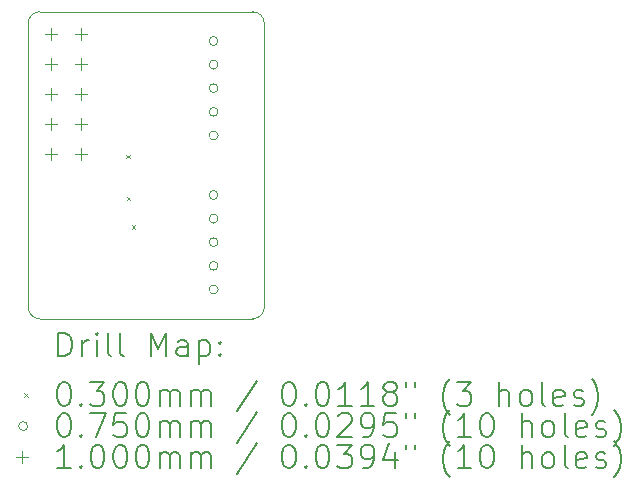
<source format=gbr>
%TF.GenerationSoftware,KiCad,Pcbnew,8.0.5*%
%TF.CreationDate,2025-02-14T04:05:46-05:00*%
%TF.ProjectId,UTSM Adaptor,5554534d-2041-4646-9170-746f722e6b69,rev?*%
%TF.SameCoordinates,Original*%
%TF.FileFunction,Drillmap*%
%TF.FilePolarity,Positive*%
%FSLAX45Y45*%
G04 Gerber Fmt 4.5, Leading zero omitted, Abs format (unit mm)*
G04 Created by KiCad (PCBNEW 8.0.5) date 2025-02-14 04:05:46*
%MOMM*%
%LPD*%
G01*
G04 APERTURE LIST*
%ADD10C,0.100000*%
%ADD11C,0.200000*%
G04 APERTURE END LIST*
D10*
X11060000Y-7948125D02*
X11060000Y-5548125D01*
X12960000Y-5448125D02*
G75*
G02*
X13059995Y-5548125I0J-99995D01*
G01*
X12960000Y-8048125D02*
X11160000Y-8048125D01*
X11160000Y-8048125D02*
G75*
G02*
X11060005Y-7948125I0J99995D01*
G01*
X11060000Y-5548125D02*
G75*
G02*
X11160000Y-5448120I100000J5D01*
G01*
X11160000Y-5448125D02*
X12960000Y-5448125D01*
X13060000Y-5548125D02*
X13060000Y-7948125D01*
X13060000Y-7948125D02*
G75*
G02*
X12960000Y-8048130I-100000J-5D01*
G01*
D11*
D10*
X11890000Y-6660000D02*
X11920000Y-6690000D01*
X11920000Y-6660000D02*
X11890000Y-6690000D01*
X11895000Y-7015000D02*
X11925000Y-7045000D01*
X11925000Y-7015000D02*
X11895000Y-7045000D01*
X11935000Y-7255000D02*
X11965000Y-7285000D01*
X11965000Y-7255000D02*
X11935000Y-7285000D01*
X12667500Y-5696250D02*
G75*
G02*
X12592500Y-5696250I-37500J0D01*
G01*
X12592500Y-5696250D02*
G75*
G02*
X12667500Y-5696250I37500J0D01*
G01*
X12667500Y-5896250D02*
G75*
G02*
X12592500Y-5896250I-37500J0D01*
G01*
X12592500Y-5896250D02*
G75*
G02*
X12667500Y-5896250I37500J0D01*
G01*
X12667500Y-6096250D02*
G75*
G02*
X12592500Y-6096250I-37500J0D01*
G01*
X12592500Y-6096250D02*
G75*
G02*
X12667500Y-6096250I37500J0D01*
G01*
X12667500Y-6296250D02*
G75*
G02*
X12592500Y-6296250I-37500J0D01*
G01*
X12592500Y-6296250D02*
G75*
G02*
X12667500Y-6296250I37500J0D01*
G01*
X12667500Y-6496250D02*
G75*
G02*
X12592500Y-6496250I-37500J0D01*
G01*
X12592500Y-6496250D02*
G75*
G02*
X12667500Y-6496250I37500J0D01*
G01*
X12667500Y-7000000D02*
G75*
G02*
X12592500Y-7000000I-37500J0D01*
G01*
X12592500Y-7000000D02*
G75*
G02*
X12667500Y-7000000I37500J0D01*
G01*
X12667500Y-7200000D02*
G75*
G02*
X12592500Y-7200000I-37500J0D01*
G01*
X12592500Y-7200000D02*
G75*
G02*
X12667500Y-7200000I37500J0D01*
G01*
X12667500Y-7400000D02*
G75*
G02*
X12592500Y-7400000I-37500J0D01*
G01*
X12592500Y-7400000D02*
G75*
G02*
X12667500Y-7400000I37500J0D01*
G01*
X12667500Y-7600000D02*
G75*
G02*
X12592500Y-7600000I-37500J0D01*
G01*
X12592500Y-7600000D02*
G75*
G02*
X12667500Y-7600000I37500J0D01*
G01*
X12667500Y-7800000D02*
G75*
G02*
X12592500Y-7800000I-37500J0D01*
G01*
X12592500Y-7800000D02*
G75*
G02*
X12667500Y-7800000I37500J0D01*
G01*
X11251000Y-5585000D02*
X11251000Y-5685000D01*
X11201000Y-5635000D02*
X11301000Y-5635000D01*
X11251000Y-5839000D02*
X11251000Y-5939000D01*
X11201000Y-5889000D02*
X11301000Y-5889000D01*
X11251000Y-6093000D02*
X11251000Y-6193000D01*
X11201000Y-6143000D02*
X11301000Y-6143000D01*
X11251000Y-6347000D02*
X11251000Y-6447000D01*
X11201000Y-6397000D02*
X11301000Y-6397000D01*
X11251000Y-6601000D02*
X11251000Y-6701000D01*
X11201000Y-6651000D02*
X11301000Y-6651000D01*
X11505000Y-5585000D02*
X11505000Y-5685000D01*
X11455000Y-5635000D02*
X11555000Y-5635000D01*
X11505000Y-5839000D02*
X11505000Y-5939000D01*
X11455000Y-5889000D02*
X11555000Y-5889000D01*
X11505000Y-6093000D02*
X11505000Y-6193000D01*
X11455000Y-6143000D02*
X11555000Y-6143000D01*
X11505000Y-6347000D02*
X11505000Y-6447000D01*
X11455000Y-6397000D02*
X11555000Y-6397000D01*
X11505000Y-6601000D02*
X11505000Y-6701000D01*
X11455000Y-6651000D02*
X11555000Y-6651000D01*
D11*
X11315777Y-8364609D02*
X11315777Y-8164609D01*
X11315777Y-8164609D02*
X11363396Y-8164609D01*
X11363396Y-8164609D02*
X11391967Y-8174133D01*
X11391967Y-8174133D02*
X11411015Y-8193180D01*
X11411015Y-8193180D02*
X11420539Y-8212228D01*
X11420539Y-8212228D02*
X11430062Y-8250323D01*
X11430062Y-8250323D02*
X11430062Y-8278894D01*
X11430062Y-8278894D02*
X11420539Y-8316990D01*
X11420539Y-8316990D02*
X11411015Y-8336037D01*
X11411015Y-8336037D02*
X11391967Y-8355085D01*
X11391967Y-8355085D02*
X11363396Y-8364609D01*
X11363396Y-8364609D02*
X11315777Y-8364609D01*
X11515777Y-8364609D02*
X11515777Y-8231275D01*
X11515777Y-8269371D02*
X11525301Y-8250323D01*
X11525301Y-8250323D02*
X11534824Y-8240799D01*
X11534824Y-8240799D02*
X11553872Y-8231275D01*
X11553872Y-8231275D02*
X11572920Y-8231275D01*
X11639586Y-8364609D02*
X11639586Y-8231275D01*
X11639586Y-8164609D02*
X11630062Y-8174133D01*
X11630062Y-8174133D02*
X11639586Y-8183656D01*
X11639586Y-8183656D02*
X11649110Y-8174133D01*
X11649110Y-8174133D02*
X11639586Y-8164609D01*
X11639586Y-8164609D02*
X11639586Y-8183656D01*
X11763396Y-8364609D02*
X11744348Y-8355085D01*
X11744348Y-8355085D02*
X11734824Y-8336037D01*
X11734824Y-8336037D02*
X11734824Y-8164609D01*
X11868158Y-8364609D02*
X11849110Y-8355085D01*
X11849110Y-8355085D02*
X11839586Y-8336037D01*
X11839586Y-8336037D02*
X11839586Y-8164609D01*
X12096729Y-8364609D02*
X12096729Y-8164609D01*
X12096729Y-8164609D02*
X12163396Y-8307466D01*
X12163396Y-8307466D02*
X12230062Y-8164609D01*
X12230062Y-8164609D02*
X12230062Y-8364609D01*
X12411015Y-8364609D02*
X12411015Y-8259847D01*
X12411015Y-8259847D02*
X12401491Y-8240799D01*
X12401491Y-8240799D02*
X12382443Y-8231275D01*
X12382443Y-8231275D02*
X12344348Y-8231275D01*
X12344348Y-8231275D02*
X12325301Y-8240799D01*
X12411015Y-8355085D02*
X12391967Y-8364609D01*
X12391967Y-8364609D02*
X12344348Y-8364609D01*
X12344348Y-8364609D02*
X12325301Y-8355085D01*
X12325301Y-8355085D02*
X12315777Y-8336037D01*
X12315777Y-8336037D02*
X12315777Y-8316990D01*
X12315777Y-8316990D02*
X12325301Y-8297942D01*
X12325301Y-8297942D02*
X12344348Y-8288418D01*
X12344348Y-8288418D02*
X12391967Y-8288418D01*
X12391967Y-8288418D02*
X12411015Y-8278894D01*
X12506253Y-8231275D02*
X12506253Y-8431275D01*
X12506253Y-8240799D02*
X12525301Y-8231275D01*
X12525301Y-8231275D02*
X12563396Y-8231275D01*
X12563396Y-8231275D02*
X12582443Y-8240799D01*
X12582443Y-8240799D02*
X12591967Y-8250323D01*
X12591967Y-8250323D02*
X12601491Y-8269371D01*
X12601491Y-8269371D02*
X12601491Y-8326513D01*
X12601491Y-8326513D02*
X12591967Y-8345561D01*
X12591967Y-8345561D02*
X12582443Y-8355085D01*
X12582443Y-8355085D02*
X12563396Y-8364609D01*
X12563396Y-8364609D02*
X12525301Y-8364609D01*
X12525301Y-8364609D02*
X12506253Y-8355085D01*
X12687205Y-8345561D02*
X12696729Y-8355085D01*
X12696729Y-8355085D02*
X12687205Y-8364609D01*
X12687205Y-8364609D02*
X12677682Y-8355085D01*
X12677682Y-8355085D02*
X12687205Y-8345561D01*
X12687205Y-8345561D02*
X12687205Y-8364609D01*
X12687205Y-8240799D02*
X12696729Y-8250323D01*
X12696729Y-8250323D02*
X12687205Y-8259847D01*
X12687205Y-8259847D02*
X12677682Y-8250323D01*
X12677682Y-8250323D02*
X12687205Y-8240799D01*
X12687205Y-8240799D02*
X12687205Y-8259847D01*
D10*
X11025000Y-8678125D02*
X11055000Y-8708125D01*
X11055000Y-8678125D02*
X11025000Y-8708125D01*
D11*
X11353872Y-8584609D02*
X11372920Y-8584609D01*
X11372920Y-8584609D02*
X11391967Y-8594133D01*
X11391967Y-8594133D02*
X11401491Y-8603656D01*
X11401491Y-8603656D02*
X11411015Y-8622704D01*
X11411015Y-8622704D02*
X11420539Y-8660799D01*
X11420539Y-8660799D02*
X11420539Y-8708418D01*
X11420539Y-8708418D02*
X11411015Y-8746514D01*
X11411015Y-8746514D02*
X11401491Y-8765561D01*
X11401491Y-8765561D02*
X11391967Y-8775085D01*
X11391967Y-8775085D02*
X11372920Y-8784609D01*
X11372920Y-8784609D02*
X11353872Y-8784609D01*
X11353872Y-8784609D02*
X11334824Y-8775085D01*
X11334824Y-8775085D02*
X11325301Y-8765561D01*
X11325301Y-8765561D02*
X11315777Y-8746514D01*
X11315777Y-8746514D02*
X11306253Y-8708418D01*
X11306253Y-8708418D02*
X11306253Y-8660799D01*
X11306253Y-8660799D02*
X11315777Y-8622704D01*
X11315777Y-8622704D02*
X11325301Y-8603656D01*
X11325301Y-8603656D02*
X11334824Y-8594133D01*
X11334824Y-8594133D02*
X11353872Y-8584609D01*
X11506253Y-8765561D02*
X11515777Y-8775085D01*
X11515777Y-8775085D02*
X11506253Y-8784609D01*
X11506253Y-8784609D02*
X11496729Y-8775085D01*
X11496729Y-8775085D02*
X11506253Y-8765561D01*
X11506253Y-8765561D02*
X11506253Y-8784609D01*
X11582443Y-8584609D02*
X11706253Y-8584609D01*
X11706253Y-8584609D02*
X11639586Y-8660799D01*
X11639586Y-8660799D02*
X11668158Y-8660799D01*
X11668158Y-8660799D02*
X11687205Y-8670323D01*
X11687205Y-8670323D02*
X11696729Y-8679847D01*
X11696729Y-8679847D02*
X11706253Y-8698895D01*
X11706253Y-8698895D02*
X11706253Y-8746514D01*
X11706253Y-8746514D02*
X11696729Y-8765561D01*
X11696729Y-8765561D02*
X11687205Y-8775085D01*
X11687205Y-8775085D02*
X11668158Y-8784609D01*
X11668158Y-8784609D02*
X11611015Y-8784609D01*
X11611015Y-8784609D02*
X11591967Y-8775085D01*
X11591967Y-8775085D02*
X11582443Y-8765561D01*
X11830062Y-8584609D02*
X11849110Y-8584609D01*
X11849110Y-8584609D02*
X11868158Y-8594133D01*
X11868158Y-8594133D02*
X11877682Y-8603656D01*
X11877682Y-8603656D02*
X11887205Y-8622704D01*
X11887205Y-8622704D02*
X11896729Y-8660799D01*
X11896729Y-8660799D02*
X11896729Y-8708418D01*
X11896729Y-8708418D02*
X11887205Y-8746514D01*
X11887205Y-8746514D02*
X11877682Y-8765561D01*
X11877682Y-8765561D02*
X11868158Y-8775085D01*
X11868158Y-8775085D02*
X11849110Y-8784609D01*
X11849110Y-8784609D02*
X11830062Y-8784609D01*
X11830062Y-8784609D02*
X11811015Y-8775085D01*
X11811015Y-8775085D02*
X11801491Y-8765561D01*
X11801491Y-8765561D02*
X11791967Y-8746514D01*
X11791967Y-8746514D02*
X11782443Y-8708418D01*
X11782443Y-8708418D02*
X11782443Y-8660799D01*
X11782443Y-8660799D02*
X11791967Y-8622704D01*
X11791967Y-8622704D02*
X11801491Y-8603656D01*
X11801491Y-8603656D02*
X11811015Y-8594133D01*
X11811015Y-8594133D02*
X11830062Y-8584609D01*
X12020539Y-8584609D02*
X12039586Y-8584609D01*
X12039586Y-8584609D02*
X12058634Y-8594133D01*
X12058634Y-8594133D02*
X12068158Y-8603656D01*
X12068158Y-8603656D02*
X12077682Y-8622704D01*
X12077682Y-8622704D02*
X12087205Y-8660799D01*
X12087205Y-8660799D02*
X12087205Y-8708418D01*
X12087205Y-8708418D02*
X12077682Y-8746514D01*
X12077682Y-8746514D02*
X12068158Y-8765561D01*
X12068158Y-8765561D02*
X12058634Y-8775085D01*
X12058634Y-8775085D02*
X12039586Y-8784609D01*
X12039586Y-8784609D02*
X12020539Y-8784609D01*
X12020539Y-8784609D02*
X12001491Y-8775085D01*
X12001491Y-8775085D02*
X11991967Y-8765561D01*
X11991967Y-8765561D02*
X11982443Y-8746514D01*
X11982443Y-8746514D02*
X11972920Y-8708418D01*
X11972920Y-8708418D02*
X11972920Y-8660799D01*
X11972920Y-8660799D02*
X11982443Y-8622704D01*
X11982443Y-8622704D02*
X11991967Y-8603656D01*
X11991967Y-8603656D02*
X12001491Y-8594133D01*
X12001491Y-8594133D02*
X12020539Y-8584609D01*
X12172920Y-8784609D02*
X12172920Y-8651275D01*
X12172920Y-8670323D02*
X12182443Y-8660799D01*
X12182443Y-8660799D02*
X12201491Y-8651275D01*
X12201491Y-8651275D02*
X12230063Y-8651275D01*
X12230063Y-8651275D02*
X12249110Y-8660799D01*
X12249110Y-8660799D02*
X12258634Y-8679847D01*
X12258634Y-8679847D02*
X12258634Y-8784609D01*
X12258634Y-8679847D02*
X12268158Y-8660799D01*
X12268158Y-8660799D02*
X12287205Y-8651275D01*
X12287205Y-8651275D02*
X12315777Y-8651275D01*
X12315777Y-8651275D02*
X12334824Y-8660799D01*
X12334824Y-8660799D02*
X12344348Y-8679847D01*
X12344348Y-8679847D02*
X12344348Y-8784609D01*
X12439586Y-8784609D02*
X12439586Y-8651275D01*
X12439586Y-8670323D02*
X12449110Y-8660799D01*
X12449110Y-8660799D02*
X12468158Y-8651275D01*
X12468158Y-8651275D02*
X12496729Y-8651275D01*
X12496729Y-8651275D02*
X12515777Y-8660799D01*
X12515777Y-8660799D02*
X12525301Y-8679847D01*
X12525301Y-8679847D02*
X12525301Y-8784609D01*
X12525301Y-8679847D02*
X12534824Y-8660799D01*
X12534824Y-8660799D02*
X12553872Y-8651275D01*
X12553872Y-8651275D02*
X12582443Y-8651275D01*
X12582443Y-8651275D02*
X12601491Y-8660799D01*
X12601491Y-8660799D02*
X12611015Y-8679847D01*
X12611015Y-8679847D02*
X12611015Y-8784609D01*
X13001491Y-8575085D02*
X12830063Y-8832228D01*
X13258634Y-8584609D02*
X13277682Y-8584609D01*
X13277682Y-8584609D02*
X13296729Y-8594133D01*
X13296729Y-8594133D02*
X13306253Y-8603656D01*
X13306253Y-8603656D02*
X13315777Y-8622704D01*
X13315777Y-8622704D02*
X13325301Y-8660799D01*
X13325301Y-8660799D02*
X13325301Y-8708418D01*
X13325301Y-8708418D02*
X13315777Y-8746514D01*
X13315777Y-8746514D02*
X13306253Y-8765561D01*
X13306253Y-8765561D02*
X13296729Y-8775085D01*
X13296729Y-8775085D02*
X13277682Y-8784609D01*
X13277682Y-8784609D02*
X13258634Y-8784609D01*
X13258634Y-8784609D02*
X13239586Y-8775085D01*
X13239586Y-8775085D02*
X13230063Y-8765561D01*
X13230063Y-8765561D02*
X13220539Y-8746514D01*
X13220539Y-8746514D02*
X13211015Y-8708418D01*
X13211015Y-8708418D02*
X13211015Y-8660799D01*
X13211015Y-8660799D02*
X13220539Y-8622704D01*
X13220539Y-8622704D02*
X13230063Y-8603656D01*
X13230063Y-8603656D02*
X13239586Y-8594133D01*
X13239586Y-8594133D02*
X13258634Y-8584609D01*
X13411015Y-8765561D02*
X13420539Y-8775085D01*
X13420539Y-8775085D02*
X13411015Y-8784609D01*
X13411015Y-8784609D02*
X13401491Y-8775085D01*
X13401491Y-8775085D02*
X13411015Y-8765561D01*
X13411015Y-8765561D02*
X13411015Y-8784609D01*
X13544348Y-8584609D02*
X13563396Y-8584609D01*
X13563396Y-8584609D02*
X13582444Y-8594133D01*
X13582444Y-8594133D02*
X13591967Y-8603656D01*
X13591967Y-8603656D02*
X13601491Y-8622704D01*
X13601491Y-8622704D02*
X13611015Y-8660799D01*
X13611015Y-8660799D02*
X13611015Y-8708418D01*
X13611015Y-8708418D02*
X13601491Y-8746514D01*
X13601491Y-8746514D02*
X13591967Y-8765561D01*
X13591967Y-8765561D02*
X13582444Y-8775085D01*
X13582444Y-8775085D02*
X13563396Y-8784609D01*
X13563396Y-8784609D02*
X13544348Y-8784609D01*
X13544348Y-8784609D02*
X13525301Y-8775085D01*
X13525301Y-8775085D02*
X13515777Y-8765561D01*
X13515777Y-8765561D02*
X13506253Y-8746514D01*
X13506253Y-8746514D02*
X13496729Y-8708418D01*
X13496729Y-8708418D02*
X13496729Y-8660799D01*
X13496729Y-8660799D02*
X13506253Y-8622704D01*
X13506253Y-8622704D02*
X13515777Y-8603656D01*
X13515777Y-8603656D02*
X13525301Y-8594133D01*
X13525301Y-8594133D02*
X13544348Y-8584609D01*
X13801491Y-8784609D02*
X13687206Y-8784609D01*
X13744348Y-8784609D02*
X13744348Y-8584609D01*
X13744348Y-8584609D02*
X13725301Y-8613180D01*
X13725301Y-8613180D02*
X13706253Y-8632228D01*
X13706253Y-8632228D02*
X13687206Y-8641752D01*
X13991967Y-8784609D02*
X13877682Y-8784609D01*
X13934825Y-8784609D02*
X13934825Y-8584609D01*
X13934825Y-8584609D02*
X13915777Y-8613180D01*
X13915777Y-8613180D02*
X13896729Y-8632228D01*
X13896729Y-8632228D02*
X13877682Y-8641752D01*
X14106253Y-8670323D02*
X14087206Y-8660799D01*
X14087206Y-8660799D02*
X14077682Y-8651275D01*
X14077682Y-8651275D02*
X14068158Y-8632228D01*
X14068158Y-8632228D02*
X14068158Y-8622704D01*
X14068158Y-8622704D02*
X14077682Y-8603656D01*
X14077682Y-8603656D02*
X14087206Y-8594133D01*
X14087206Y-8594133D02*
X14106253Y-8584609D01*
X14106253Y-8584609D02*
X14144348Y-8584609D01*
X14144348Y-8584609D02*
X14163396Y-8594133D01*
X14163396Y-8594133D02*
X14172920Y-8603656D01*
X14172920Y-8603656D02*
X14182444Y-8622704D01*
X14182444Y-8622704D02*
X14182444Y-8632228D01*
X14182444Y-8632228D02*
X14172920Y-8651275D01*
X14172920Y-8651275D02*
X14163396Y-8660799D01*
X14163396Y-8660799D02*
X14144348Y-8670323D01*
X14144348Y-8670323D02*
X14106253Y-8670323D01*
X14106253Y-8670323D02*
X14087206Y-8679847D01*
X14087206Y-8679847D02*
X14077682Y-8689371D01*
X14077682Y-8689371D02*
X14068158Y-8708418D01*
X14068158Y-8708418D02*
X14068158Y-8746514D01*
X14068158Y-8746514D02*
X14077682Y-8765561D01*
X14077682Y-8765561D02*
X14087206Y-8775085D01*
X14087206Y-8775085D02*
X14106253Y-8784609D01*
X14106253Y-8784609D02*
X14144348Y-8784609D01*
X14144348Y-8784609D02*
X14163396Y-8775085D01*
X14163396Y-8775085D02*
X14172920Y-8765561D01*
X14172920Y-8765561D02*
X14182444Y-8746514D01*
X14182444Y-8746514D02*
X14182444Y-8708418D01*
X14182444Y-8708418D02*
X14172920Y-8689371D01*
X14172920Y-8689371D02*
X14163396Y-8679847D01*
X14163396Y-8679847D02*
X14144348Y-8670323D01*
X14258634Y-8584609D02*
X14258634Y-8622704D01*
X14334825Y-8584609D02*
X14334825Y-8622704D01*
X14630063Y-8860799D02*
X14620539Y-8851275D01*
X14620539Y-8851275D02*
X14601491Y-8822704D01*
X14601491Y-8822704D02*
X14591968Y-8803656D01*
X14591968Y-8803656D02*
X14582444Y-8775085D01*
X14582444Y-8775085D02*
X14572920Y-8727466D01*
X14572920Y-8727466D02*
X14572920Y-8689371D01*
X14572920Y-8689371D02*
X14582444Y-8641752D01*
X14582444Y-8641752D02*
X14591968Y-8613180D01*
X14591968Y-8613180D02*
X14601491Y-8594133D01*
X14601491Y-8594133D02*
X14620539Y-8565561D01*
X14620539Y-8565561D02*
X14630063Y-8556037D01*
X14687206Y-8584609D02*
X14811015Y-8584609D01*
X14811015Y-8584609D02*
X14744348Y-8660799D01*
X14744348Y-8660799D02*
X14772920Y-8660799D01*
X14772920Y-8660799D02*
X14791968Y-8670323D01*
X14791968Y-8670323D02*
X14801491Y-8679847D01*
X14801491Y-8679847D02*
X14811015Y-8698895D01*
X14811015Y-8698895D02*
X14811015Y-8746514D01*
X14811015Y-8746514D02*
X14801491Y-8765561D01*
X14801491Y-8765561D02*
X14791968Y-8775085D01*
X14791968Y-8775085D02*
X14772920Y-8784609D01*
X14772920Y-8784609D02*
X14715777Y-8784609D01*
X14715777Y-8784609D02*
X14696729Y-8775085D01*
X14696729Y-8775085D02*
X14687206Y-8765561D01*
X15049110Y-8784609D02*
X15049110Y-8584609D01*
X15134825Y-8784609D02*
X15134825Y-8679847D01*
X15134825Y-8679847D02*
X15125301Y-8660799D01*
X15125301Y-8660799D02*
X15106253Y-8651275D01*
X15106253Y-8651275D02*
X15077682Y-8651275D01*
X15077682Y-8651275D02*
X15058634Y-8660799D01*
X15058634Y-8660799D02*
X15049110Y-8670323D01*
X15258634Y-8784609D02*
X15239587Y-8775085D01*
X15239587Y-8775085D02*
X15230063Y-8765561D01*
X15230063Y-8765561D02*
X15220539Y-8746514D01*
X15220539Y-8746514D02*
X15220539Y-8689371D01*
X15220539Y-8689371D02*
X15230063Y-8670323D01*
X15230063Y-8670323D02*
X15239587Y-8660799D01*
X15239587Y-8660799D02*
X15258634Y-8651275D01*
X15258634Y-8651275D02*
X15287206Y-8651275D01*
X15287206Y-8651275D02*
X15306253Y-8660799D01*
X15306253Y-8660799D02*
X15315777Y-8670323D01*
X15315777Y-8670323D02*
X15325301Y-8689371D01*
X15325301Y-8689371D02*
X15325301Y-8746514D01*
X15325301Y-8746514D02*
X15315777Y-8765561D01*
X15315777Y-8765561D02*
X15306253Y-8775085D01*
X15306253Y-8775085D02*
X15287206Y-8784609D01*
X15287206Y-8784609D02*
X15258634Y-8784609D01*
X15439587Y-8784609D02*
X15420539Y-8775085D01*
X15420539Y-8775085D02*
X15411015Y-8756037D01*
X15411015Y-8756037D02*
X15411015Y-8584609D01*
X15591968Y-8775085D02*
X15572920Y-8784609D01*
X15572920Y-8784609D02*
X15534825Y-8784609D01*
X15534825Y-8784609D02*
X15515777Y-8775085D01*
X15515777Y-8775085D02*
X15506253Y-8756037D01*
X15506253Y-8756037D02*
X15506253Y-8679847D01*
X15506253Y-8679847D02*
X15515777Y-8660799D01*
X15515777Y-8660799D02*
X15534825Y-8651275D01*
X15534825Y-8651275D02*
X15572920Y-8651275D01*
X15572920Y-8651275D02*
X15591968Y-8660799D01*
X15591968Y-8660799D02*
X15601491Y-8679847D01*
X15601491Y-8679847D02*
X15601491Y-8698895D01*
X15601491Y-8698895D02*
X15506253Y-8717942D01*
X15677682Y-8775085D02*
X15696730Y-8784609D01*
X15696730Y-8784609D02*
X15734825Y-8784609D01*
X15734825Y-8784609D02*
X15753872Y-8775085D01*
X15753872Y-8775085D02*
X15763396Y-8756037D01*
X15763396Y-8756037D02*
X15763396Y-8746514D01*
X15763396Y-8746514D02*
X15753872Y-8727466D01*
X15753872Y-8727466D02*
X15734825Y-8717942D01*
X15734825Y-8717942D02*
X15706253Y-8717942D01*
X15706253Y-8717942D02*
X15687206Y-8708418D01*
X15687206Y-8708418D02*
X15677682Y-8689371D01*
X15677682Y-8689371D02*
X15677682Y-8679847D01*
X15677682Y-8679847D02*
X15687206Y-8660799D01*
X15687206Y-8660799D02*
X15706253Y-8651275D01*
X15706253Y-8651275D02*
X15734825Y-8651275D01*
X15734825Y-8651275D02*
X15753872Y-8660799D01*
X15830063Y-8860799D02*
X15839587Y-8851275D01*
X15839587Y-8851275D02*
X15858634Y-8822704D01*
X15858634Y-8822704D02*
X15868158Y-8803656D01*
X15868158Y-8803656D02*
X15877682Y-8775085D01*
X15877682Y-8775085D02*
X15887206Y-8727466D01*
X15887206Y-8727466D02*
X15887206Y-8689371D01*
X15887206Y-8689371D02*
X15877682Y-8641752D01*
X15877682Y-8641752D02*
X15868158Y-8613180D01*
X15868158Y-8613180D02*
X15858634Y-8594133D01*
X15858634Y-8594133D02*
X15839587Y-8565561D01*
X15839587Y-8565561D02*
X15830063Y-8556037D01*
D10*
X11055000Y-8957125D02*
G75*
G02*
X10980000Y-8957125I-37500J0D01*
G01*
X10980000Y-8957125D02*
G75*
G02*
X11055000Y-8957125I37500J0D01*
G01*
D11*
X11353872Y-8848609D02*
X11372920Y-8848609D01*
X11372920Y-8848609D02*
X11391967Y-8858133D01*
X11391967Y-8858133D02*
X11401491Y-8867656D01*
X11401491Y-8867656D02*
X11411015Y-8886704D01*
X11411015Y-8886704D02*
X11420539Y-8924799D01*
X11420539Y-8924799D02*
X11420539Y-8972418D01*
X11420539Y-8972418D02*
X11411015Y-9010514D01*
X11411015Y-9010514D02*
X11401491Y-9029561D01*
X11401491Y-9029561D02*
X11391967Y-9039085D01*
X11391967Y-9039085D02*
X11372920Y-9048609D01*
X11372920Y-9048609D02*
X11353872Y-9048609D01*
X11353872Y-9048609D02*
X11334824Y-9039085D01*
X11334824Y-9039085D02*
X11325301Y-9029561D01*
X11325301Y-9029561D02*
X11315777Y-9010514D01*
X11315777Y-9010514D02*
X11306253Y-8972418D01*
X11306253Y-8972418D02*
X11306253Y-8924799D01*
X11306253Y-8924799D02*
X11315777Y-8886704D01*
X11315777Y-8886704D02*
X11325301Y-8867656D01*
X11325301Y-8867656D02*
X11334824Y-8858133D01*
X11334824Y-8858133D02*
X11353872Y-8848609D01*
X11506253Y-9029561D02*
X11515777Y-9039085D01*
X11515777Y-9039085D02*
X11506253Y-9048609D01*
X11506253Y-9048609D02*
X11496729Y-9039085D01*
X11496729Y-9039085D02*
X11506253Y-9029561D01*
X11506253Y-9029561D02*
X11506253Y-9048609D01*
X11582443Y-8848609D02*
X11715777Y-8848609D01*
X11715777Y-8848609D02*
X11630062Y-9048609D01*
X11887205Y-8848609D02*
X11791967Y-8848609D01*
X11791967Y-8848609D02*
X11782443Y-8943847D01*
X11782443Y-8943847D02*
X11791967Y-8934323D01*
X11791967Y-8934323D02*
X11811015Y-8924799D01*
X11811015Y-8924799D02*
X11858634Y-8924799D01*
X11858634Y-8924799D02*
X11877682Y-8934323D01*
X11877682Y-8934323D02*
X11887205Y-8943847D01*
X11887205Y-8943847D02*
X11896729Y-8962895D01*
X11896729Y-8962895D02*
X11896729Y-9010514D01*
X11896729Y-9010514D02*
X11887205Y-9029561D01*
X11887205Y-9029561D02*
X11877682Y-9039085D01*
X11877682Y-9039085D02*
X11858634Y-9048609D01*
X11858634Y-9048609D02*
X11811015Y-9048609D01*
X11811015Y-9048609D02*
X11791967Y-9039085D01*
X11791967Y-9039085D02*
X11782443Y-9029561D01*
X12020539Y-8848609D02*
X12039586Y-8848609D01*
X12039586Y-8848609D02*
X12058634Y-8858133D01*
X12058634Y-8858133D02*
X12068158Y-8867656D01*
X12068158Y-8867656D02*
X12077682Y-8886704D01*
X12077682Y-8886704D02*
X12087205Y-8924799D01*
X12087205Y-8924799D02*
X12087205Y-8972418D01*
X12087205Y-8972418D02*
X12077682Y-9010514D01*
X12077682Y-9010514D02*
X12068158Y-9029561D01*
X12068158Y-9029561D02*
X12058634Y-9039085D01*
X12058634Y-9039085D02*
X12039586Y-9048609D01*
X12039586Y-9048609D02*
X12020539Y-9048609D01*
X12020539Y-9048609D02*
X12001491Y-9039085D01*
X12001491Y-9039085D02*
X11991967Y-9029561D01*
X11991967Y-9029561D02*
X11982443Y-9010514D01*
X11982443Y-9010514D02*
X11972920Y-8972418D01*
X11972920Y-8972418D02*
X11972920Y-8924799D01*
X11972920Y-8924799D02*
X11982443Y-8886704D01*
X11982443Y-8886704D02*
X11991967Y-8867656D01*
X11991967Y-8867656D02*
X12001491Y-8858133D01*
X12001491Y-8858133D02*
X12020539Y-8848609D01*
X12172920Y-9048609D02*
X12172920Y-8915275D01*
X12172920Y-8934323D02*
X12182443Y-8924799D01*
X12182443Y-8924799D02*
X12201491Y-8915275D01*
X12201491Y-8915275D02*
X12230063Y-8915275D01*
X12230063Y-8915275D02*
X12249110Y-8924799D01*
X12249110Y-8924799D02*
X12258634Y-8943847D01*
X12258634Y-8943847D02*
X12258634Y-9048609D01*
X12258634Y-8943847D02*
X12268158Y-8924799D01*
X12268158Y-8924799D02*
X12287205Y-8915275D01*
X12287205Y-8915275D02*
X12315777Y-8915275D01*
X12315777Y-8915275D02*
X12334824Y-8924799D01*
X12334824Y-8924799D02*
X12344348Y-8943847D01*
X12344348Y-8943847D02*
X12344348Y-9048609D01*
X12439586Y-9048609D02*
X12439586Y-8915275D01*
X12439586Y-8934323D02*
X12449110Y-8924799D01*
X12449110Y-8924799D02*
X12468158Y-8915275D01*
X12468158Y-8915275D02*
X12496729Y-8915275D01*
X12496729Y-8915275D02*
X12515777Y-8924799D01*
X12515777Y-8924799D02*
X12525301Y-8943847D01*
X12525301Y-8943847D02*
X12525301Y-9048609D01*
X12525301Y-8943847D02*
X12534824Y-8924799D01*
X12534824Y-8924799D02*
X12553872Y-8915275D01*
X12553872Y-8915275D02*
X12582443Y-8915275D01*
X12582443Y-8915275D02*
X12601491Y-8924799D01*
X12601491Y-8924799D02*
X12611015Y-8943847D01*
X12611015Y-8943847D02*
X12611015Y-9048609D01*
X13001491Y-8839085D02*
X12830063Y-9096228D01*
X13258634Y-8848609D02*
X13277682Y-8848609D01*
X13277682Y-8848609D02*
X13296729Y-8858133D01*
X13296729Y-8858133D02*
X13306253Y-8867656D01*
X13306253Y-8867656D02*
X13315777Y-8886704D01*
X13315777Y-8886704D02*
X13325301Y-8924799D01*
X13325301Y-8924799D02*
X13325301Y-8972418D01*
X13325301Y-8972418D02*
X13315777Y-9010514D01*
X13315777Y-9010514D02*
X13306253Y-9029561D01*
X13306253Y-9029561D02*
X13296729Y-9039085D01*
X13296729Y-9039085D02*
X13277682Y-9048609D01*
X13277682Y-9048609D02*
X13258634Y-9048609D01*
X13258634Y-9048609D02*
X13239586Y-9039085D01*
X13239586Y-9039085D02*
X13230063Y-9029561D01*
X13230063Y-9029561D02*
X13220539Y-9010514D01*
X13220539Y-9010514D02*
X13211015Y-8972418D01*
X13211015Y-8972418D02*
X13211015Y-8924799D01*
X13211015Y-8924799D02*
X13220539Y-8886704D01*
X13220539Y-8886704D02*
X13230063Y-8867656D01*
X13230063Y-8867656D02*
X13239586Y-8858133D01*
X13239586Y-8858133D02*
X13258634Y-8848609D01*
X13411015Y-9029561D02*
X13420539Y-9039085D01*
X13420539Y-9039085D02*
X13411015Y-9048609D01*
X13411015Y-9048609D02*
X13401491Y-9039085D01*
X13401491Y-9039085D02*
X13411015Y-9029561D01*
X13411015Y-9029561D02*
X13411015Y-9048609D01*
X13544348Y-8848609D02*
X13563396Y-8848609D01*
X13563396Y-8848609D02*
X13582444Y-8858133D01*
X13582444Y-8858133D02*
X13591967Y-8867656D01*
X13591967Y-8867656D02*
X13601491Y-8886704D01*
X13601491Y-8886704D02*
X13611015Y-8924799D01*
X13611015Y-8924799D02*
X13611015Y-8972418D01*
X13611015Y-8972418D02*
X13601491Y-9010514D01*
X13601491Y-9010514D02*
X13591967Y-9029561D01*
X13591967Y-9029561D02*
X13582444Y-9039085D01*
X13582444Y-9039085D02*
X13563396Y-9048609D01*
X13563396Y-9048609D02*
X13544348Y-9048609D01*
X13544348Y-9048609D02*
X13525301Y-9039085D01*
X13525301Y-9039085D02*
X13515777Y-9029561D01*
X13515777Y-9029561D02*
X13506253Y-9010514D01*
X13506253Y-9010514D02*
X13496729Y-8972418D01*
X13496729Y-8972418D02*
X13496729Y-8924799D01*
X13496729Y-8924799D02*
X13506253Y-8886704D01*
X13506253Y-8886704D02*
X13515777Y-8867656D01*
X13515777Y-8867656D02*
X13525301Y-8858133D01*
X13525301Y-8858133D02*
X13544348Y-8848609D01*
X13687206Y-8867656D02*
X13696729Y-8858133D01*
X13696729Y-8858133D02*
X13715777Y-8848609D01*
X13715777Y-8848609D02*
X13763396Y-8848609D01*
X13763396Y-8848609D02*
X13782444Y-8858133D01*
X13782444Y-8858133D02*
X13791967Y-8867656D01*
X13791967Y-8867656D02*
X13801491Y-8886704D01*
X13801491Y-8886704D02*
X13801491Y-8905752D01*
X13801491Y-8905752D02*
X13791967Y-8934323D01*
X13791967Y-8934323D02*
X13677682Y-9048609D01*
X13677682Y-9048609D02*
X13801491Y-9048609D01*
X13896729Y-9048609D02*
X13934825Y-9048609D01*
X13934825Y-9048609D02*
X13953872Y-9039085D01*
X13953872Y-9039085D02*
X13963396Y-9029561D01*
X13963396Y-9029561D02*
X13982444Y-9000990D01*
X13982444Y-9000990D02*
X13991967Y-8962895D01*
X13991967Y-8962895D02*
X13991967Y-8886704D01*
X13991967Y-8886704D02*
X13982444Y-8867656D01*
X13982444Y-8867656D02*
X13972920Y-8858133D01*
X13972920Y-8858133D02*
X13953872Y-8848609D01*
X13953872Y-8848609D02*
X13915777Y-8848609D01*
X13915777Y-8848609D02*
X13896729Y-8858133D01*
X13896729Y-8858133D02*
X13887206Y-8867656D01*
X13887206Y-8867656D02*
X13877682Y-8886704D01*
X13877682Y-8886704D02*
X13877682Y-8934323D01*
X13877682Y-8934323D02*
X13887206Y-8953371D01*
X13887206Y-8953371D02*
X13896729Y-8962895D01*
X13896729Y-8962895D02*
X13915777Y-8972418D01*
X13915777Y-8972418D02*
X13953872Y-8972418D01*
X13953872Y-8972418D02*
X13972920Y-8962895D01*
X13972920Y-8962895D02*
X13982444Y-8953371D01*
X13982444Y-8953371D02*
X13991967Y-8934323D01*
X14172920Y-8848609D02*
X14077682Y-8848609D01*
X14077682Y-8848609D02*
X14068158Y-8943847D01*
X14068158Y-8943847D02*
X14077682Y-8934323D01*
X14077682Y-8934323D02*
X14096729Y-8924799D01*
X14096729Y-8924799D02*
X14144348Y-8924799D01*
X14144348Y-8924799D02*
X14163396Y-8934323D01*
X14163396Y-8934323D02*
X14172920Y-8943847D01*
X14172920Y-8943847D02*
X14182444Y-8962895D01*
X14182444Y-8962895D02*
X14182444Y-9010514D01*
X14182444Y-9010514D02*
X14172920Y-9029561D01*
X14172920Y-9029561D02*
X14163396Y-9039085D01*
X14163396Y-9039085D02*
X14144348Y-9048609D01*
X14144348Y-9048609D02*
X14096729Y-9048609D01*
X14096729Y-9048609D02*
X14077682Y-9039085D01*
X14077682Y-9039085D02*
X14068158Y-9029561D01*
X14258634Y-8848609D02*
X14258634Y-8886704D01*
X14334825Y-8848609D02*
X14334825Y-8886704D01*
X14630063Y-9124799D02*
X14620539Y-9115275D01*
X14620539Y-9115275D02*
X14601491Y-9086704D01*
X14601491Y-9086704D02*
X14591968Y-9067656D01*
X14591968Y-9067656D02*
X14582444Y-9039085D01*
X14582444Y-9039085D02*
X14572920Y-8991466D01*
X14572920Y-8991466D02*
X14572920Y-8953371D01*
X14572920Y-8953371D02*
X14582444Y-8905752D01*
X14582444Y-8905752D02*
X14591968Y-8877180D01*
X14591968Y-8877180D02*
X14601491Y-8858133D01*
X14601491Y-8858133D02*
X14620539Y-8829561D01*
X14620539Y-8829561D02*
X14630063Y-8820037D01*
X14811015Y-9048609D02*
X14696729Y-9048609D01*
X14753872Y-9048609D02*
X14753872Y-8848609D01*
X14753872Y-8848609D02*
X14734825Y-8877180D01*
X14734825Y-8877180D02*
X14715777Y-8896228D01*
X14715777Y-8896228D02*
X14696729Y-8905752D01*
X14934825Y-8848609D02*
X14953872Y-8848609D01*
X14953872Y-8848609D02*
X14972920Y-8858133D01*
X14972920Y-8858133D02*
X14982444Y-8867656D01*
X14982444Y-8867656D02*
X14991968Y-8886704D01*
X14991968Y-8886704D02*
X15001491Y-8924799D01*
X15001491Y-8924799D02*
X15001491Y-8972418D01*
X15001491Y-8972418D02*
X14991968Y-9010514D01*
X14991968Y-9010514D02*
X14982444Y-9029561D01*
X14982444Y-9029561D02*
X14972920Y-9039085D01*
X14972920Y-9039085D02*
X14953872Y-9048609D01*
X14953872Y-9048609D02*
X14934825Y-9048609D01*
X14934825Y-9048609D02*
X14915777Y-9039085D01*
X14915777Y-9039085D02*
X14906253Y-9029561D01*
X14906253Y-9029561D02*
X14896729Y-9010514D01*
X14896729Y-9010514D02*
X14887206Y-8972418D01*
X14887206Y-8972418D02*
X14887206Y-8924799D01*
X14887206Y-8924799D02*
X14896729Y-8886704D01*
X14896729Y-8886704D02*
X14906253Y-8867656D01*
X14906253Y-8867656D02*
X14915777Y-8858133D01*
X14915777Y-8858133D02*
X14934825Y-8848609D01*
X15239587Y-9048609D02*
X15239587Y-8848609D01*
X15325301Y-9048609D02*
X15325301Y-8943847D01*
X15325301Y-8943847D02*
X15315777Y-8924799D01*
X15315777Y-8924799D02*
X15296730Y-8915275D01*
X15296730Y-8915275D02*
X15268158Y-8915275D01*
X15268158Y-8915275D02*
X15249110Y-8924799D01*
X15249110Y-8924799D02*
X15239587Y-8934323D01*
X15449110Y-9048609D02*
X15430063Y-9039085D01*
X15430063Y-9039085D02*
X15420539Y-9029561D01*
X15420539Y-9029561D02*
X15411015Y-9010514D01*
X15411015Y-9010514D02*
X15411015Y-8953371D01*
X15411015Y-8953371D02*
X15420539Y-8934323D01*
X15420539Y-8934323D02*
X15430063Y-8924799D01*
X15430063Y-8924799D02*
X15449110Y-8915275D01*
X15449110Y-8915275D02*
X15477682Y-8915275D01*
X15477682Y-8915275D02*
X15496730Y-8924799D01*
X15496730Y-8924799D02*
X15506253Y-8934323D01*
X15506253Y-8934323D02*
X15515777Y-8953371D01*
X15515777Y-8953371D02*
X15515777Y-9010514D01*
X15515777Y-9010514D02*
X15506253Y-9029561D01*
X15506253Y-9029561D02*
X15496730Y-9039085D01*
X15496730Y-9039085D02*
X15477682Y-9048609D01*
X15477682Y-9048609D02*
X15449110Y-9048609D01*
X15630063Y-9048609D02*
X15611015Y-9039085D01*
X15611015Y-9039085D02*
X15601491Y-9020037D01*
X15601491Y-9020037D02*
X15601491Y-8848609D01*
X15782444Y-9039085D02*
X15763396Y-9048609D01*
X15763396Y-9048609D02*
X15725301Y-9048609D01*
X15725301Y-9048609D02*
X15706253Y-9039085D01*
X15706253Y-9039085D02*
X15696730Y-9020037D01*
X15696730Y-9020037D02*
X15696730Y-8943847D01*
X15696730Y-8943847D02*
X15706253Y-8924799D01*
X15706253Y-8924799D02*
X15725301Y-8915275D01*
X15725301Y-8915275D02*
X15763396Y-8915275D01*
X15763396Y-8915275D02*
X15782444Y-8924799D01*
X15782444Y-8924799D02*
X15791968Y-8943847D01*
X15791968Y-8943847D02*
X15791968Y-8962895D01*
X15791968Y-8962895D02*
X15696730Y-8981942D01*
X15868158Y-9039085D02*
X15887206Y-9048609D01*
X15887206Y-9048609D02*
X15925301Y-9048609D01*
X15925301Y-9048609D02*
X15944349Y-9039085D01*
X15944349Y-9039085D02*
X15953872Y-9020037D01*
X15953872Y-9020037D02*
X15953872Y-9010514D01*
X15953872Y-9010514D02*
X15944349Y-8991466D01*
X15944349Y-8991466D02*
X15925301Y-8981942D01*
X15925301Y-8981942D02*
X15896730Y-8981942D01*
X15896730Y-8981942D02*
X15877682Y-8972418D01*
X15877682Y-8972418D02*
X15868158Y-8953371D01*
X15868158Y-8953371D02*
X15868158Y-8943847D01*
X15868158Y-8943847D02*
X15877682Y-8924799D01*
X15877682Y-8924799D02*
X15896730Y-8915275D01*
X15896730Y-8915275D02*
X15925301Y-8915275D01*
X15925301Y-8915275D02*
X15944349Y-8924799D01*
X16020539Y-9124799D02*
X16030063Y-9115275D01*
X16030063Y-9115275D02*
X16049111Y-9086704D01*
X16049111Y-9086704D02*
X16058634Y-9067656D01*
X16058634Y-9067656D02*
X16068158Y-9039085D01*
X16068158Y-9039085D02*
X16077682Y-8991466D01*
X16077682Y-8991466D02*
X16077682Y-8953371D01*
X16077682Y-8953371D02*
X16068158Y-8905752D01*
X16068158Y-8905752D02*
X16058634Y-8877180D01*
X16058634Y-8877180D02*
X16049111Y-8858133D01*
X16049111Y-8858133D02*
X16030063Y-8829561D01*
X16030063Y-8829561D02*
X16020539Y-8820037D01*
D10*
X11005000Y-9171125D02*
X11005000Y-9271125D01*
X10955000Y-9221125D02*
X11055000Y-9221125D01*
D11*
X11420539Y-9312609D02*
X11306253Y-9312609D01*
X11363396Y-9312609D02*
X11363396Y-9112609D01*
X11363396Y-9112609D02*
X11344348Y-9141180D01*
X11344348Y-9141180D02*
X11325301Y-9160228D01*
X11325301Y-9160228D02*
X11306253Y-9169752D01*
X11506253Y-9293561D02*
X11515777Y-9303085D01*
X11515777Y-9303085D02*
X11506253Y-9312609D01*
X11506253Y-9312609D02*
X11496729Y-9303085D01*
X11496729Y-9303085D02*
X11506253Y-9293561D01*
X11506253Y-9293561D02*
X11506253Y-9312609D01*
X11639586Y-9112609D02*
X11658634Y-9112609D01*
X11658634Y-9112609D02*
X11677682Y-9122133D01*
X11677682Y-9122133D02*
X11687205Y-9131656D01*
X11687205Y-9131656D02*
X11696729Y-9150704D01*
X11696729Y-9150704D02*
X11706253Y-9188799D01*
X11706253Y-9188799D02*
X11706253Y-9236418D01*
X11706253Y-9236418D02*
X11696729Y-9274514D01*
X11696729Y-9274514D02*
X11687205Y-9293561D01*
X11687205Y-9293561D02*
X11677682Y-9303085D01*
X11677682Y-9303085D02*
X11658634Y-9312609D01*
X11658634Y-9312609D02*
X11639586Y-9312609D01*
X11639586Y-9312609D02*
X11620539Y-9303085D01*
X11620539Y-9303085D02*
X11611015Y-9293561D01*
X11611015Y-9293561D02*
X11601491Y-9274514D01*
X11601491Y-9274514D02*
X11591967Y-9236418D01*
X11591967Y-9236418D02*
X11591967Y-9188799D01*
X11591967Y-9188799D02*
X11601491Y-9150704D01*
X11601491Y-9150704D02*
X11611015Y-9131656D01*
X11611015Y-9131656D02*
X11620539Y-9122133D01*
X11620539Y-9122133D02*
X11639586Y-9112609D01*
X11830062Y-9112609D02*
X11849110Y-9112609D01*
X11849110Y-9112609D02*
X11868158Y-9122133D01*
X11868158Y-9122133D02*
X11877682Y-9131656D01*
X11877682Y-9131656D02*
X11887205Y-9150704D01*
X11887205Y-9150704D02*
X11896729Y-9188799D01*
X11896729Y-9188799D02*
X11896729Y-9236418D01*
X11896729Y-9236418D02*
X11887205Y-9274514D01*
X11887205Y-9274514D02*
X11877682Y-9293561D01*
X11877682Y-9293561D02*
X11868158Y-9303085D01*
X11868158Y-9303085D02*
X11849110Y-9312609D01*
X11849110Y-9312609D02*
X11830062Y-9312609D01*
X11830062Y-9312609D02*
X11811015Y-9303085D01*
X11811015Y-9303085D02*
X11801491Y-9293561D01*
X11801491Y-9293561D02*
X11791967Y-9274514D01*
X11791967Y-9274514D02*
X11782443Y-9236418D01*
X11782443Y-9236418D02*
X11782443Y-9188799D01*
X11782443Y-9188799D02*
X11791967Y-9150704D01*
X11791967Y-9150704D02*
X11801491Y-9131656D01*
X11801491Y-9131656D02*
X11811015Y-9122133D01*
X11811015Y-9122133D02*
X11830062Y-9112609D01*
X12020539Y-9112609D02*
X12039586Y-9112609D01*
X12039586Y-9112609D02*
X12058634Y-9122133D01*
X12058634Y-9122133D02*
X12068158Y-9131656D01*
X12068158Y-9131656D02*
X12077682Y-9150704D01*
X12077682Y-9150704D02*
X12087205Y-9188799D01*
X12087205Y-9188799D02*
X12087205Y-9236418D01*
X12087205Y-9236418D02*
X12077682Y-9274514D01*
X12077682Y-9274514D02*
X12068158Y-9293561D01*
X12068158Y-9293561D02*
X12058634Y-9303085D01*
X12058634Y-9303085D02*
X12039586Y-9312609D01*
X12039586Y-9312609D02*
X12020539Y-9312609D01*
X12020539Y-9312609D02*
X12001491Y-9303085D01*
X12001491Y-9303085D02*
X11991967Y-9293561D01*
X11991967Y-9293561D02*
X11982443Y-9274514D01*
X11982443Y-9274514D02*
X11972920Y-9236418D01*
X11972920Y-9236418D02*
X11972920Y-9188799D01*
X11972920Y-9188799D02*
X11982443Y-9150704D01*
X11982443Y-9150704D02*
X11991967Y-9131656D01*
X11991967Y-9131656D02*
X12001491Y-9122133D01*
X12001491Y-9122133D02*
X12020539Y-9112609D01*
X12172920Y-9312609D02*
X12172920Y-9179275D01*
X12172920Y-9198323D02*
X12182443Y-9188799D01*
X12182443Y-9188799D02*
X12201491Y-9179275D01*
X12201491Y-9179275D02*
X12230063Y-9179275D01*
X12230063Y-9179275D02*
X12249110Y-9188799D01*
X12249110Y-9188799D02*
X12258634Y-9207847D01*
X12258634Y-9207847D02*
X12258634Y-9312609D01*
X12258634Y-9207847D02*
X12268158Y-9188799D01*
X12268158Y-9188799D02*
X12287205Y-9179275D01*
X12287205Y-9179275D02*
X12315777Y-9179275D01*
X12315777Y-9179275D02*
X12334824Y-9188799D01*
X12334824Y-9188799D02*
X12344348Y-9207847D01*
X12344348Y-9207847D02*
X12344348Y-9312609D01*
X12439586Y-9312609D02*
X12439586Y-9179275D01*
X12439586Y-9198323D02*
X12449110Y-9188799D01*
X12449110Y-9188799D02*
X12468158Y-9179275D01*
X12468158Y-9179275D02*
X12496729Y-9179275D01*
X12496729Y-9179275D02*
X12515777Y-9188799D01*
X12515777Y-9188799D02*
X12525301Y-9207847D01*
X12525301Y-9207847D02*
X12525301Y-9312609D01*
X12525301Y-9207847D02*
X12534824Y-9188799D01*
X12534824Y-9188799D02*
X12553872Y-9179275D01*
X12553872Y-9179275D02*
X12582443Y-9179275D01*
X12582443Y-9179275D02*
X12601491Y-9188799D01*
X12601491Y-9188799D02*
X12611015Y-9207847D01*
X12611015Y-9207847D02*
X12611015Y-9312609D01*
X13001491Y-9103085D02*
X12830063Y-9360228D01*
X13258634Y-9112609D02*
X13277682Y-9112609D01*
X13277682Y-9112609D02*
X13296729Y-9122133D01*
X13296729Y-9122133D02*
X13306253Y-9131656D01*
X13306253Y-9131656D02*
X13315777Y-9150704D01*
X13315777Y-9150704D02*
X13325301Y-9188799D01*
X13325301Y-9188799D02*
X13325301Y-9236418D01*
X13325301Y-9236418D02*
X13315777Y-9274514D01*
X13315777Y-9274514D02*
X13306253Y-9293561D01*
X13306253Y-9293561D02*
X13296729Y-9303085D01*
X13296729Y-9303085D02*
X13277682Y-9312609D01*
X13277682Y-9312609D02*
X13258634Y-9312609D01*
X13258634Y-9312609D02*
X13239586Y-9303085D01*
X13239586Y-9303085D02*
X13230063Y-9293561D01*
X13230063Y-9293561D02*
X13220539Y-9274514D01*
X13220539Y-9274514D02*
X13211015Y-9236418D01*
X13211015Y-9236418D02*
X13211015Y-9188799D01*
X13211015Y-9188799D02*
X13220539Y-9150704D01*
X13220539Y-9150704D02*
X13230063Y-9131656D01*
X13230063Y-9131656D02*
X13239586Y-9122133D01*
X13239586Y-9122133D02*
X13258634Y-9112609D01*
X13411015Y-9293561D02*
X13420539Y-9303085D01*
X13420539Y-9303085D02*
X13411015Y-9312609D01*
X13411015Y-9312609D02*
X13401491Y-9303085D01*
X13401491Y-9303085D02*
X13411015Y-9293561D01*
X13411015Y-9293561D02*
X13411015Y-9312609D01*
X13544348Y-9112609D02*
X13563396Y-9112609D01*
X13563396Y-9112609D02*
X13582444Y-9122133D01*
X13582444Y-9122133D02*
X13591967Y-9131656D01*
X13591967Y-9131656D02*
X13601491Y-9150704D01*
X13601491Y-9150704D02*
X13611015Y-9188799D01*
X13611015Y-9188799D02*
X13611015Y-9236418D01*
X13611015Y-9236418D02*
X13601491Y-9274514D01*
X13601491Y-9274514D02*
X13591967Y-9293561D01*
X13591967Y-9293561D02*
X13582444Y-9303085D01*
X13582444Y-9303085D02*
X13563396Y-9312609D01*
X13563396Y-9312609D02*
X13544348Y-9312609D01*
X13544348Y-9312609D02*
X13525301Y-9303085D01*
X13525301Y-9303085D02*
X13515777Y-9293561D01*
X13515777Y-9293561D02*
X13506253Y-9274514D01*
X13506253Y-9274514D02*
X13496729Y-9236418D01*
X13496729Y-9236418D02*
X13496729Y-9188799D01*
X13496729Y-9188799D02*
X13506253Y-9150704D01*
X13506253Y-9150704D02*
X13515777Y-9131656D01*
X13515777Y-9131656D02*
X13525301Y-9122133D01*
X13525301Y-9122133D02*
X13544348Y-9112609D01*
X13677682Y-9112609D02*
X13801491Y-9112609D01*
X13801491Y-9112609D02*
X13734825Y-9188799D01*
X13734825Y-9188799D02*
X13763396Y-9188799D01*
X13763396Y-9188799D02*
X13782444Y-9198323D01*
X13782444Y-9198323D02*
X13791967Y-9207847D01*
X13791967Y-9207847D02*
X13801491Y-9226895D01*
X13801491Y-9226895D02*
X13801491Y-9274514D01*
X13801491Y-9274514D02*
X13791967Y-9293561D01*
X13791967Y-9293561D02*
X13782444Y-9303085D01*
X13782444Y-9303085D02*
X13763396Y-9312609D01*
X13763396Y-9312609D02*
X13706253Y-9312609D01*
X13706253Y-9312609D02*
X13687206Y-9303085D01*
X13687206Y-9303085D02*
X13677682Y-9293561D01*
X13896729Y-9312609D02*
X13934825Y-9312609D01*
X13934825Y-9312609D02*
X13953872Y-9303085D01*
X13953872Y-9303085D02*
X13963396Y-9293561D01*
X13963396Y-9293561D02*
X13982444Y-9264990D01*
X13982444Y-9264990D02*
X13991967Y-9226895D01*
X13991967Y-9226895D02*
X13991967Y-9150704D01*
X13991967Y-9150704D02*
X13982444Y-9131656D01*
X13982444Y-9131656D02*
X13972920Y-9122133D01*
X13972920Y-9122133D02*
X13953872Y-9112609D01*
X13953872Y-9112609D02*
X13915777Y-9112609D01*
X13915777Y-9112609D02*
X13896729Y-9122133D01*
X13896729Y-9122133D02*
X13887206Y-9131656D01*
X13887206Y-9131656D02*
X13877682Y-9150704D01*
X13877682Y-9150704D02*
X13877682Y-9198323D01*
X13877682Y-9198323D02*
X13887206Y-9217371D01*
X13887206Y-9217371D02*
X13896729Y-9226895D01*
X13896729Y-9226895D02*
X13915777Y-9236418D01*
X13915777Y-9236418D02*
X13953872Y-9236418D01*
X13953872Y-9236418D02*
X13972920Y-9226895D01*
X13972920Y-9226895D02*
X13982444Y-9217371D01*
X13982444Y-9217371D02*
X13991967Y-9198323D01*
X14163396Y-9179275D02*
X14163396Y-9312609D01*
X14115777Y-9103085D02*
X14068158Y-9245942D01*
X14068158Y-9245942D02*
X14191967Y-9245942D01*
X14258634Y-9112609D02*
X14258634Y-9150704D01*
X14334825Y-9112609D02*
X14334825Y-9150704D01*
X14630063Y-9388799D02*
X14620539Y-9379275D01*
X14620539Y-9379275D02*
X14601491Y-9350704D01*
X14601491Y-9350704D02*
X14591968Y-9331656D01*
X14591968Y-9331656D02*
X14582444Y-9303085D01*
X14582444Y-9303085D02*
X14572920Y-9255466D01*
X14572920Y-9255466D02*
X14572920Y-9217371D01*
X14572920Y-9217371D02*
X14582444Y-9169752D01*
X14582444Y-9169752D02*
X14591968Y-9141180D01*
X14591968Y-9141180D02*
X14601491Y-9122133D01*
X14601491Y-9122133D02*
X14620539Y-9093561D01*
X14620539Y-9093561D02*
X14630063Y-9084037D01*
X14811015Y-9312609D02*
X14696729Y-9312609D01*
X14753872Y-9312609D02*
X14753872Y-9112609D01*
X14753872Y-9112609D02*
X14734825Y-9141180D01*
X14734825Y-9141180D02*
X14715777Y-9160228D01*
X14715777Y-9160228D02*
X14696729Y-9169752D01*
X14934825Y-9112609D02*
X14953872Y-9112609D01*
X14953872Y-9112609D02*
X14972920Y-9122133D01*
X14972920Y-9122133D02*
X14982444Y-9131656D01*
X14982444Y-9131656D02*
X14991968Y-9150704D01*
X14991968Y-9150704D02*
X15001491Y-9188799D01*
X15001491Y-9188799D02*
X15001491Y-9236418D01*
X15001491Y-9236418D02*
X14991968Y-9274514D01*
X14991968Y-9274514D02*
X14982444Y-9293561D01*
X14982444Y-9293561D02*
X14972920Y-9303085D01*
X14972920Y-9303085D02*
X14953872Y-9312609D01*
X14953872Y-9312609D02*
X14934825Y-9312609D01*
X14934825Y-9312609D02*
X14915777Y-9303085D01*
X14915777Y-9303085D02*
X14906253Y-9293561D01*
X14906253Y-9293561D02*
X14896729Y-9274514D01*
X14896729Y-9274514D02*
X14887206Y-9236418D01*
X14887206Y-9236418D02*
X14887206Y-9188799D01*
X14887206Y-9188799D02*
X14896729Y-9150704D01*
X14896729Y-9150704D02*
X14906253Y-9131656D01*
X14906253Y-9131656D02*
X14915777Y-9122133D01*
X14915777Y-9122133D02*
X14934825Y-9112609D01*
X15239587Y-9312609D02*
X15239587Y-9112609D01*
X15325301Y-9312609D02*
X15325301Y-9207847D01*
X15325301Y-9207847D02*
X15315777Y-9188799D01*
X15315777Y-9188799D02*
X15296730Y-9179275D01*
X15296730Y-9179275D02*
X15268158Y-9179275D01*
X15268158Y-9179275D02*
X15249110Y-9188799D01*
X15249110Y-9188799D02*
X15239587Y-9198323D01*
X15449110Y-9312609D02*
X15430063Y-9303085D01*
X15430063Y-9303085D02*
X15420539Y-9293561D01*
X15420539Y-9293561D02*
X15411015Y-9274514D01*
X15411015Y-9274514D02*
X15411015Y-9217371D01*
X15411015Y-9217371D02*
X15420539Y-9198323D01*
X15420539Y-9198323D02*
X15430063Y-9188799D01*
X15430063Y-9188799D02*
X15449110Y-9179275D01*
X15449110Y-9179275D02*
X15477682Y-9179275D01*
X15477682Y-9179275D02*
X15496730Y-9188799D01*
X15496730Y-9188799D02*
X15506253Y-9198323D01*
X15506253Y-9198323D02*
X15515777Y-9217371D01*
X15515777Y-9217371D02*
X15515777Y-9274514D01*
X15515777Y-9274514D02*
X15506253Y-9293561D01*
X15506253Y-9293561D02*
X15496730Y-9303085D01*
X15496730Y-9303085D02*
X15477682Y-9312609D01*
X15477682Y-9312609D02*
X15449110Y-9312609D01*
X15630063Y-9312609D02*
X15611015Y-9303085D01*
X15611015Y-9303085D02*
X15601491Y-9284037D01*
X15601491Y-9284037D02*
X15601491Y-9112609D01*
X15782444Y-9303085D02*
X15763396Y-9312609D01*
X15763396Y-9312609D02*
X15725301Y-9312609D01*
X15725301Y-9312609D02*
X15706253Y-9303085D01*
X15706253Y-9303085D02*
X15696730Y-9284037D01*
X15696730Y-9284037D02*
X15696730Y-9207847D01*
X15696730Y-9207847D02*
X15706253Y-9188799D01*
X15706253Y-9188799D02*
X15725301Y-9179275D01*
X15725301Y-9179275D02*
X15763396Y-9179275D01*
X15763396Y-9179275D02*
X15782444Y-9188799D01*
X15782444Y-9188799D02*
X15791968Y-9207847D01*
X15791968Y-9207847D02*
X15791968Y-9226895D01*
X15791968Y-9226895D02*
X15696730Y-9245942D01*
X15868158Y-9303085D02*
X15887206Y-9312609D01*
X15887206Y-9312609D02*
X15925301Y-9312609D01*
X15925301Y-9312609D02*
X15944349Y-9303085D01*
X15944349Y-9303085D02*
X15953872Y-9284037D01*
X15953872Y-9284037D02*
X15953872Y-9274514D01*
X15953872Y-9274514D02*
X15944349Y-9255466D01*
X15944349Y-9255466D02*
X15925301Y-9245942D01*
X15925301Y-9245942D02*
X15896730Y-9245942D01*
X15896730Y-9245942D02*
X15877682Y-9236418D01*
X15877682Y-9236418D02*
X15868158Y-9217371D01*
X15868158Y-9217371D02*
X15868158Y-9207847D01*
X15868158Y-9207847D02*
X15877682Y-9188799D01*
X15877682Y-9188799D02*
X15896730Y-9179275D01*
X15896730Y-9179275D02*
X15925301Y-9179275D01*
X15925301Y-9179275D02*
X15944349Y-9188799D01*
X16020539Y-9388799D02*
X16030063Y-9379275D01*
X16030063Y-9379275D02*
X16049111Y-9350704D01*
X16049111Y-9350704D02*
X16058634Y-9331656D01*
X16058634Y-9331656D02*
X16068158Y-9303085D01*
X16068158Y-9303085D02*
X16077682Y-9255466D01*
X16077682Y-9255466D02*
X16077682Y-9217371D01*
X16077682Y-9217371D02*
X16068158Y-9169752D01*
X16068158Y-9169752D02*
X16058634Y-9141180D01*
X16058634Y-9141180D02*
X16049111Y-9122133D01*
X16049111Y-9122133D02*
X16030063Y-9093561D01*
X16030063Y-9093561D02*
X16020539Y-9084037D01*
M02*

</source>
